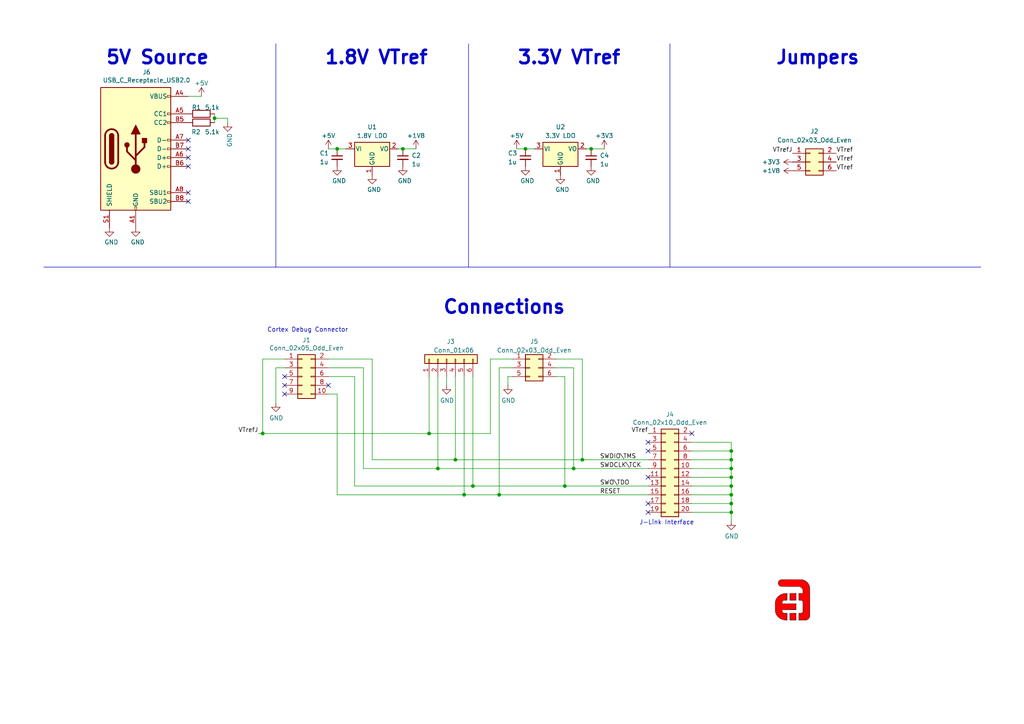
<source format=kicad_sch>
(kicad_sch (version 20220404) (generator eeschema)
  (paper "A4")
  (title_block (title "JTAG SWD Adapter") (date "2022-06-19") (rev "0.2") (company "Ace's Electronics"))
  (lib_symbols
    (symbol "Connector_Generic:Conn_01x06" (pin_names (offset 1.016) hide)
      (property "Reference" "J" (at 0 7.62 0))
      (property "Value" "Conn_01x06" (at 0 -10.16 0))
      (symbol "Conn_01x06_1_1"
        (rectangle (start -1.27 -7.493) (end 0 -7.747) (stroke (width 0.1524)))
        (rectangle (start -1.27 -4.953) (end 0 -5.207) (stroke (width 0.1524)))
        (rectangle (start -1.27 -2.413) (end 0 -2.667) (stroke (width 0.1524)))
        (rectangle (start -1.27 0.127) (end 0 -0.127) (stroke (width 0.1524)))
        (rectangle (start -1.27 2.667) (end 0 2.413) (stroke (width 0.1524)))
        (rectangle (start -1.27 5.207) (end 0 4.953) (stroke (width 0.1524)))
        (rectangle (start -1.27 6.35) (end 1.27 -8.89) (stroke (width 0.254)) (fill (type background)))
        (pin passive line (at -5.08 5.08 0) (length 3.81) (name "Pin_1") (number "1"))
        (pin passive line (at -5.08 2.54 0) (length 3.81) (name "Pin_2") (number "2"))
        (pin passive line (at -5.08 0 0) (length 3.81) (name "Pin_3") (number "3"))
        (pin passive line (at -5.08 -2.54 0) (length 3.81) (name "Pin_4") (number "4"))
        (pin passive line (at -5.08 -5.08 0) (length 3.81) (name "Pin_5") (number "5"))
        (pin passive line (at -5.08 -7.62 0) (length 3.81) (name "Pin_6") (number "6"))
      )
    )
    (symbol "Connector_Generic:Conn_02x03_Odd_Even" (pin_names (offset 1.016) hide)
      (property "Reference" "J" (at 1.27 5.08 0))
      (property "Value" "Conn_02x03_Odd_Even" (at 1.27 -5.08 0))
      (symbol "Conn_02x03_Odd_Even_1_1"
        (rectangle (start -1.27 -2.413) (end 0 -2.667) (stroke (width 0.1524)))
        (rectangle (start -1.27 0.127) (end 0 -0.127) (stroke (width 0.1524)))
        (rectangle (start -1.27 2.667) (end 0 2.413) (stroke (width 0.1524)))
        (rectangle (start -1.27 3.81) (end 3.81 -3.81) (stroke (width 0.254)) (fill (type background)))
        (rectangle (start 3.81 -2.413) (end 2.54 -2.667) (stroke (width 0.1524)))
        (rectangle (start 3.81 0.127) (end 2.54 -0.127) (stroke (width 0.1524)))
        (rectangle (start 3.81 2.667) (end 2.54 2.413) (stroke (width 0.1524)))
        (pin passive line (at -5.08 2.54 0) (length 3.81) (name "Pin_1") (number "1"))
        (pin passive line (at 7.62 2.54 180) (length 3.81) (name "Pin_2") (number "2"))
        (pin passive line (at -5.08 0 0) (length 3.81) (name "Pin_3") (number "3"))
        (pin passive line (at 7.62 0 180) (length 3.81) (name "Pin_4") (number "4"))
        (pin passive line (at -5.08 -2.54 0) (length 3.81) (name "Pin_5") (number "5"))
        (pin passive line (at 7.62 -2.54 180) (length 3.81) (name "Pin_6") (number "6"))
      )
    )
    (symbol "Connector_Generic:Conn_02x05_Odd_Even" (pin_names (offset 1.016) hide)
      (property "Reference" "J" (at 1.27 7.62 0))
      (property "Value" "Conn_02x05_Odd_Even" (at 1.27 -7.62 0))
      (symbol "Conn_02x05_Odd_Even_1_1"
        (rectangle (start -1.27 -4.953) (end 0 -5.207) (stroke (width 0.1524)))
        (rectangle (start -1.27 -2.413) (end 0 -2.667) (stroke (width 0.1524)))
        (rectangle (start -1.27 0.127) (end 0 -0.127) (stroke (width 0.1524)))
        (rectangle (start -1.27 2.667) (end 0 2.413) (stroke (width 0.1524)))
        (rectangle (start -1.27 5.207) (end 0 4.953) (stroke (width 0.1524)))
        (rectangle (start -1.27 6.35) (end 3.81 -6.35) (stroke (width 0.254)) (fill (type background)))
        (rectangle (start 3.81 -4.953) (end 2.54 -5.207) (stroke (width 0.1524)))
        (rectangle (start 3.81 -2.413) (end 2.54 -2.667) (stroke (width 0.1524)))
        (rectangle (start 3.81 0.127) (end 2.54 -0.127) (stroke (width 0.1524)))
        (rectangle (start 3.81 2.667) (end 2.54 2.413) (stroke (width 0.1524)))
        (rectangle (start 3.81 5.207) (end 2.54 4.953) (stroke (width 0.1524)))
        (pin passive line (at -5.08 5.08 0) (length 3.81) (name "Pin_1") (number "1"))
        (pin passive line (at 7.62 -5.08 180) (length 3.81) (name "Pin_10") (number "10"))
        (pin passive line (at 7.62 5.08 180) (length 3.81) (name "Pin_2") (number "2"))
        (pin passive line (at -5.08 2.54 0) (length 3.81) (name "Pin_3") (number "3"))
        (pin passive line (at 7.62 2.54 180) (length 3.81) (name "Pin_4") (number "4"))
        (pin passive line (at -5.08 0 0) (length 3.81) (name "Pin_5") (number "5"))
        (pin passive line (at 7.62 0 180) (length 3.81) (name "Pin_6") (number "6"))
        (pin passive line (at -5.08 -2.54 0) (length 3.81) (name "Pin_7") (number "7"))
        (pin passive line (at 7.62 -2.54 180) (length 3.81) (name "Pin_8") (number "8"))
        (pin passive line (at -5.08 -5.08 0) (length 3.81) (name "Pin_9") (number "9"))
      )
    )
    (symbol "Connector_Generic:Conn_02x10_Odd_Even" (pin_names (offset 1.016) hide)
      (property "Reference" "J" (at 1.27 12.7 0))
      (property "Value" "Conn_02x10_Odd_Even" (at 1.27 -15.24 0))
      (symbol "Conn_02x10_Odd_Even_1_1"
        (rectangle (start -1.27 -12.573) (end 0 -12.827) (stroke (width 0.1524)))
        (rectangle (start -1.27 -10.033) (end 0 -10.287) (stroke (width 0.1524)))
        (rectangle (start -1.27 -7.493) (end 0 -7.747) (stroke (width 0.1524)))
        (rectangle (start -1.27 -4.953) (end 0 -5.207) (stroke (width 0.1524)))
        (rectangle (start -1.27 -2.413) (end 0 -2.667) (stroke (width 0.1524)))
        (rectangle (start -1.27 0.127) (end 0 -0.127) (stroke (width 0.1524)))
        (rectangle (start -1.27 2.667) (end 0 2.413) (stroke (width 0.1524)))
        (rectangle (start -1.27 5.207) (end 0 4.953) (stroke (width 0.1524)))
        (rectangle (start -1.27 7.747) (end 0 7.493) (stroke (width 0.1524)))
        (rectangle (start -1.27 10.287) (end 0 10.033) (stroke (width 0.1524)))
        (rectangle (start -1.27 11.43) (end 3.81 -13.97) (stroke (width 0.254)) (fill (type background)))
        (rectangle (start 3.81 -12.573) (end 2.54 -12.827) (stroke (width 0.1524)))
        (rectangle (start 3.81 -10.033) (end 2.54 -10.287) (stroke (width 0.1524)))
        (rectangle (start 3.81 -7.493) (end 2.54 -7.747) (stroke (width 0.1524)))
        (rectangle (start 3.81 -4.953) (end 2.54 -5.207) (stroke (width 0.1524)))
        (rectangle (start 3.81 -2.413) (end 2.54 -2.667) (stroke (width 0.1524)))
        (rectangle (start 3.81 0.127) (end 2.54 -0.127) (stroke (width 0.1524)))
        (rectangle (start 3.81 2.667) (end 2.54 2.413) (stroke (width 0.1524)))
        (rectangle (start 3.81 5.207) (end 2.54 4.953) (stroke (width 0.1524)))
        (rectangle (start 3.81 7.747) (end 2.54 7.493) (stroke (width 0.1524)))
        (rectangle (start 3.81 10.287) (end 2.54 10.033) (stroke (width 0.1524)))
        (pin passive line (at -5.08 10.16 0) (length 3.81) (name "Pin_1") (number "1"))
        (pin passive line (at 7.62 0 180) (length 3.81) (name "Pin_10") (number "10"))
        (pin passive line (at -5.08 -2.54 0) (length 3.81) (name "Pin_11") (number "11"))
        (pin passive line (at 7.62 -2.54 180) (length 3.81) (name "Pin_12") (number "12"))
        (pin passive line (at -5.08 -5.08 0) (length 3.81) (name "Pin_13") (number "13"))
        (pin passive line (at 7.62 -5.08 180) (length 3.81) (name "Pin_14") (number "14"))
        (pin passive line (at -5.08 -7.62 0) (length 3.81) (name "Pin_15") (number "15"))
        (pin passive line (at 7.62 -7.62 180) (length 3.81) (name "Pin_16") (number "16"))
        (pin passive line (at -5.08 -10.16 0) (length 3.81) (name "Pin_17") (number "17"))
        (pin passive line (at 7.62 -10.16 180) (length 3.81) (name "Pin_18") (number "18"))
        (pin passive line (at -5.08 -12.7 0) (length 3.81) (name "Pin_19") (number "19"))
        (pin passive line (at 7.62 10.16 180) (length 3.81) (name "Pin_2") (number "2"))
        (pin passive line (at 7.62 -12.7 180) (length 3.81) (name "Pin_20") (number "20"))
        (pin passive line (at -5.08 7.62 0) (length 3.81) (name "Pin_3") (number "3"))
        (pin passive line (at 7.62 7.62 180) (length 3.81) (name "Pin_4") (number "4"))
        (pin passive line (at -5.08 5.08 0) (length 3.81) (name "Pin_5") (number "5"))
        (pin passive line (at 7.62 5.08 180) (length 3.81) (name "Pin_6") (number "6"))
        (pin passive line (at -5.08 2.54 0) (length 3.81) (name "Pin_7") (number "7"))
        (pin passive line (at 7.62 2.54 180) (length 3.81) (name "Pin_8") (number "8"))
        (pin passive line (at -5.08 0 0) (length 3.81) (name "Pin_9") (number "9"))
      )
    )
    (symbol "Device:C_Small" (pin_numbers hide) (pin_names (offset 0.254) hide)
      (property "Reference" "C" (at 0.254 1.778 0))
      (property "Value" "C_Small" (at 0.254 -2.032 0))
      (symbol "C_Small_0_1"
        (polyline (pts (xy -1.524 -0.508) (xy 1.524 -0.508)) (stroke (width 0.3302)))
        (polyline (pts (xy -1.524 0.508) (xy 1.524 0.508)) (stroke (width 0.3048)))
      )
      (symbol "C_Small_1_1"
        (pin passive line (at 0 2.54 270) (length 2.032) (name "~") (number "1"))
        (pin passive line (at 0 -2.54 90) (length 2.032) (name "~") (number "2"))
      )
    )
    (symbol "Device:R" (pin_numbers hide) (pin_names (offset 0))
      (property "Reference" "R" (at 2.032 0 90))
      (property "Value" "R" (at 0 0 90))
      (symbol "R_0_1"
        (rectangle (start -1.016 -2.54) (end 1.016 2.54) (stroke (width 0.254)))
      )
      (symbol "R_1_1"
        (pin passive line (at 0 3.81 270) (length 1.27) (name "~") (number "1"))
        (pin passive line (at 0 -3.81 90) (length 1.27) (name "~") (number "2"))
      )
    )
    (symbol "Regulator_Linear:MCP1703A-1202_SOT23" (pin_names (offset 0.254))
      (property "Reference" "U" (at -3.81 3.175 0))
      (property "Value" "MCP1703A-1202_SOT23" (at 0 3.175 0))
      (symbol "MCP1703A-1202_SOT23_0_1"
        (rectangle (start -5.08 -5.08) (end 5.08 1.905) (stroke (width 0.254)) (fill (type background)))
      )
      (symbol "MCP1703A-1202_SOT23_1_1"
        (pin power_in line (at 0 -7.62 90) (length 2.54) (name "GND") (number "1"))
        (pin power_out line (at 7.62 0 180) (length 2.54) (name "VO") (number "2"))
        (pin power_in line (at -7.62 0 0) (length 2.54) (name "VI") (number "3"))
      )
    )
    (symbol "hardware_nrf52840_pa_beacon_hat:USB_C_Receptacle_USB2.0-Connector" (pin_names (offset 1.016))
      (property "Reference" "J" (at -10.16 19.05 0))
      (property "Value" "USB_C_Receptacle_USB2.0-Connector" (at 19.05 19.05 0))
      (symbol "USB_C_Receptacle_USB2.0-Connector_0_0"
        (rectangle (start -0.254 -17.78) (end 0.254 -16.764))
        (rectangle (start 10.16 -14.986) (end 9.144 -15.494))
        (rectangle (start 10.16 -12.446) (end 9.144 -12.954))
        (rectangle (start 10.16 -4.826) (end 9.144 -5.334))
        (rectangle (start 10.16 -2.286) (end 9.144 -2.794))
        (rectangle (start 10.16 0.254) (end 9.144 -0.254))
        (rectangle (start 10.16 2.794) (end 9.144 2.286))
        (rectangle (start 10.16 7.874) (end 9.144 7.366))
        (rectangle (start 10.16 10.414) (end 9.144 9.906))
        (rectangle (start 10.16 15.494) (end 9.144 14.986))
      )
      (symbol "USB_C_Receptacle_USB2.0-Connector_0_1"
        (rectangle (start -10.16 17.78) (end 10.16 -17.78) (stroke (width 0.254)) (fill (type background)))
        (arc (start -8.89 -3.81) (mid -6.985 -5.7067) (end -5.08 -3.81) (stroke (width 0.508)))
        (arc (start -7.62 -3.81) (mid -6.985 -4.4422) (end -6.35 -3.81) (stroke (width 0.254)))
        (arc (start -7.62 -3.81) (mid -6.985 -4.4422) (end -6.35 -3.81) (stroke (width 0.254)) (fill (type outline)))
        (rectangle (start -7.62 -3.81) (end -6.35 3.81) (stroke (width 0.254)) (fill (type outline)))
        (arc (start -6.35 3.81) (mid -6.985 4.4422) (end -7.62 3.81) (stroke (width 0.254)))
        (arc (start -6.35 3.81) (mid -6.985 4.4422) (end -7.62 3.81) (stroke (width 0.254)) (fill (type outline)))
        (arc (start -5.08 3.81) (mid -6.985 5.7067) (end -8.89 3.81) (stroke (width 0.508)))
        (circle (center -2.54 1.143) (radius 0.635) (stroke (width 0.254)) (fill (type outline)))
        (circle (center 0 -5.842) (radius 1.27) (fill (type outline)))
        (polyline (pts (xy -8.89 -3.81) (xy -8.89 3.81)) (stroke (width 0.508)))
        (polyline (pts (xy -5.08 3.81) (xy -5.08 -3.81)) (stroke (width 0.508)))
        (polyline (pts (xy 0 -5.842) (xy 0 4.318)) (stroke (width 0.508)))
        (polyline (pts (xy 0 -3.302) (xy -2.54 -0.762) (xy -2.54 0.508)) (stroke (width 0.508)))
        (polyline (pts (xy 0 -2.032) (xy 2.54 0.508) (xy 2.54 1.778)) (stroke (width 0.508)))
        (polyline (pts (xy -1.27 4.318) (xy 0 6.858) (xy 1.27 4.318) (xy -1.27 4.318)) (stroke (width 0.254)) (fill (type outline)))
        (rectangle (start 1.905 1.778) (end 3.175 3.048) (stroke (width 0.254)) (fill (type outline)))
      )
      (symbol "USB_C_Receptacle_USB2.0-Connector_1_1"
        (pin power_in line (at 0 -22.86 90) (length 5.08) (name "GND") (number "A1"))
        (pin passive line (at 0 -22.86 90) (length 5.08) hide (name "GND") (number "A12"))
        (pin power_in line (at 15.24 15.24 180) (length 5.08) (name "VBUS") (number "A4"))
        (pin bidirectional line (at 15.24 10.16 180) (length 5.08) (name "CC1") (number "A5"))
        (pin bidirectional line (at 15.24 -2.54 180) (length 5.08) (name "D+") (number "A6"))
        (pin bidirectional line (at 15.24 2.54 180) (length 5.08) (name "D-") (number "A7"))
        (pin bidirectional line (at 15.24 -12.7 180) (length 5.08) (name "SBU1") (number "A8"))
        (pin passive line (at 15.24 15.24 180) (length 5.08) hide (name "VBUS") (number "A9"))
        (pin passive line (at 0 -22.86 90) (length 5.08) hide (name "GND") (number "B1"))
        (pin passive line (at 0 -22.86 90) (length 5.08) hide (name "GND") (number "B12"))
        (pin passive line (at 15.24 15.24 180) (length 5.08) hide (name "VBUS") (number "B4"))
        (pin bidirectional line (at 15.24 7.62 180) (length 5.08) (name "CC2") (number "B5"))
        (pin bidirectional line (at 15.24 -5.08 180) (length 5.08) (name "D+") (number "B6"))
        (pin bidirectional line (at 15.24 0 180) (length 5.08) (name "D-") (number "B7"))
        (pin bidirectional line (at 15.24 -15.24 180) (length 5.08) (name "SBU2") (number "B8"))
        (pin passive line (at 15.24 15.24 180) (length 5.08) hide (name "VBUS") (number "B9"))
        (pin passive line (at -7.62 -22.86 90) (length 5.08) (name "SHIELD") (number "S1"))
      )
    )
    (symbol "power:+1V8" (power) (pin_names (offset 0))
      (property "Value" "+1V8" (at 0 3.556 0))
      (symbol "+1V8_0_1"
        (polyline (pts (xy -0.762 1.27) (xy 0 2.54)))
        (polyline (pts (xy 0 0) (xy 0 2.54)))
        (polyline (pts (xy 0 2.54) (xy 0.762 1.27)))
      )
      (symbol "+1V8_1_1"
        (pin power_in line (at 0 0 90) (length 0) hide (name "+1V8") (number "1"))
      )
    )
    (symbol "power:+3.3V" (power) (pin_names (offset 0))
      (property "Value" "+3.3V" (at 0 3.556 0))
      (symbol "+3.3V_0_1"
        (polyline (pts (xy -0.762 1.27) (xy 0 2.54)))
        (polyline (pts (xy 0 0) (xy 0 2.54)))
        (polyline (pts (xy 0 2.54) (xy 0.762 1.27)))
      )
      (symbol "+3.3V_1_1"
        (pin power_in line (at 0 0 90) (length 0) hide (name "+3V3") (number "1"))
      )
    )
    (symbol "power:+5V" (power) (pin_names (offset 0))
      (property "Value" "+5V" (at 0 3.556 0))
      (symbol "+5V_0_1"
        (polyline (pts (xy -0.762 1.27) (xy 0 2.54)))
        (polyline (pts (xy 0 0) (xy 0 2.54)))
        (polyline (pts (xy 0 2.54) (xy 0.762 1.27)))
      )
      (symbol "+5V_1_1"
        (pin power_in line (at 0 0 90) (length 0) hide (name "+5V") (number "1"))
      )
    )
    (symbol "power:GND" (power) (pin_names (offset 0))
      (property "Value" "GND" (at 0 -3.81 0))
      (symbol "GND_0_1"
        (polyline (pts (xy 0 0) (xy 0 -1.27) (xy 1.27 -1.27) (xy 0 -2.54) (xy -1.27 -1.27) (xy 0 -1.27)))
      )
      (symbol "GND_1_1"
        (pin power_in line (at 0 0 270) (length 0) hide (name "GND") (number "1"))
      )
    )
  )
  (junction (at 127 135.89))
  (junction (at 212.09 148.59))
  (junction (at 212.09 138.43))
  (junction (at 132.08 133.35))
  (junction (at 163.83 140.97))
  (junction (at 212.09 146.05))
  (junction (at 171.45 43.18))
  (junction (at 137.16 140.97))
  (junction (at 212.09 133.35))
  (junction (at 134.62 143.51))
  (junction (at 212.09 130.81))
  (junction (at 62.23 34.29))
  (junction (at 144.78 143.51))
  (junction (at 212.09 135.89))
  (junction (at 116.84 43.18))
  (junction (at 97.79 43.18))
  (junction (at 212.09 140.97))
  (junction (at 76.2 125.73))
  (junction (at 152.4 43.18))
  (junction (at 124.46 125.73))
  (junction (at 168.91 133.35))
  (junction (at 212.09 143.51))
  (junction (at 166.37 135.89))
  (no_connect (at 54.61 58.42))
  (no_connect (at 187.96 138.43))
  (no_connect (at 54.61 55.88))
  (no_connect (at 187.96 148.59))
  (no_connect (at 82.55 109.22))
  (no_connect (at 82.55 114.3))
  (no_connect (at 187.96 146.05))
  (no_connect (at 54.61 48.26))
  (no_connect (at 54.61 40.64))
  (no_connect (at 54.61 43.18))
  (no_connect (at 54.61 45.72))
  (no_connect (at 187.96 128.27))
  (no_connect (at 187.96 130.81))
  (no_connect (at 95.25 111.76))
  (no_connect (at 82.55 111.76))
  (no_connect (at 200.66 125.73))
  (wire (pts (xy 212.09 135.89) (xy 212.09 138.43)))
  (wire (pts (xy 142.24 125.73) (xy 124.46 125.73)))
  (wire (pts (xy 200.66 140.97) (xy 212.09 140.97)))
  (wire (pts (xy 102.87 109.22) (xy 102.87 140.97)))
  (wire (pts (xy 200.66 128.27) (xy 212.09 128.27)))
  (wire (pts (xy 97.79 43.18) (xy 100.33 43.18)))
  (wire (pts (xy 144.78 143.51) (xy 134.62 143.51)))
  (wire (pts (xy 134.62 109.22) (xy 134.62 143.51)))
  (wire (pts (xy 161.29 104.14) (xy 168.91 104.14)))
  (wire (pts (xy 54.61 27.94) (xy 58.42 27.94)))
  (wire (pts (xy 212.09 143.51) (xy 212.09 146.05)))
  (wire (pts (xy 142.24 104.14) (xy 142.24 125.73)))
  (wire (pts (xy 147.32 109.22) (xy 147.32 111.76)))
  (wire (pts (xy 166.37 135.89) (xy 127 135.89)))
  (wire (pts (xy 62.23 34.29) (xy 62.23 33.02)))
  (wire (pts (xy 166.37 106.68) (xy 166.37 135.89)))
  (polyline (pts (xy 135.89 77.47) (xy 194.31 77.47)))
  (wire (pts (xy 168.91 104.14) (xy 168.91 133.35)))
  (polyline (pts (xy 80.01 77.47) (xy 135.89 77.47)))
  (wire (pts (xy 152.4 43.18) (xy 154.94 43.18)))
  (wire (pts (xy 105.41 106.68) (xy 105.41 135.89)))
  (polyline (pts (xy 194.31 77.47) (xy 284.48 77.47)))
  (wire (pts (xy 200.66 143.51) (xy 212.09 143.51)))
  (wire (pts (xy 115.57 43.18) (xy 116.84 43.18)))
  (wire (pts (xy 95.25 43.18) (xy 97.79 43.18)))
  (wire (pts (xy 76.2 104.14) (xy 82.55 104.14)))
  (wire (pts (xy 116.84 43.18) (xy 120.65 43.18)))
  (wire (pts (xy 132.08 133.35) (xy 107.95 133.35)))
  (wire (pts (xy 95.25 104.14) (xy 107.95 104.14)))
  (wire (pts (xy 95.25 109.22) (xy 102.87 109.22)))
  (wire (pts (xy 127 135.89) (xy 105.41 135.89)))
  (wire (pts (xy 148.59 106.68) (xy 144.78 106.68)))
  (wire (pts (xy 163.83 140.97) (xy 137.16 140.97)))
  (wire (pts (xy 80.01 106.68) (xy 80.01 116.84)))
  (wire (pts (xy 124.46 109.22) (xy 124.46 125.73)))
  (wire (pts (xy 149.86 43.18) (xy 152.4 43.18)))
  (wire (pts (xy 200.66 146.05) (xy 212.09 146.05)))
  (polyline (pts (xy 12.7 77.47) (xy 80.01 77.47)))
  (wire (pts (xy 144.78 143.51) (xy 187.96 143.51)))
  (wire (pts (xy 107.95 104.14) (xy 107.95 133.35)))
  (wire (pts (xy 62.23 35.56) (xy 62.23 34.29)))
  (wire (pts (xy 124.46 125.73) (xy 76.2 125.73)))
  (wire (pts (xy 166.37 135.89) (xy 187.96 135.89)))
  (polyline (pts (xy 80.01 12.7) (xy 80.01 77.47)))
  (wire (pts (xy 148.59 109.22) (xy 147.32 109.22)))
  (wire (pts (xy 62.23 34.29) (xy 66.04 34.29)))
  (wire (pts (xy 200.66 138.43) (xy 212.09 138.43)))
  (wire (pts (xy 170.18 43.18) (xy 171.45 43.18)))
  (polyline (pts (xy 135.89 12.7) (xy 135.89 77.47)))
  (wire (pts (xy 144.78 106.68) (xy 144.78 143.51)))
  (wire (pts (xy 127 109.22) (xy 127 135.89)))
  (wire (pts (xy 137.16 140.97) (xy 102.87 140.97)))
  (wire (pts (xy 97.79 114.3) (xy 97.79 143.51)))
  (wire (pts (xy 148.59 104.14) (xy 142.24 104.14)))
  (wire (pts (xy 212.09 128.27) (xy 212.09 130.81)))
  (wire (pts (xy 212.09 146.05) (xy 212.09 148.59)))
  (wire (pts (xy 95.25 106.68) (xy 105.41 106.68)))
  (wire (pts (xy 212.09 148.59) (xy 212.09 151.13)))
  (wire (pts (xy 200.66 148.59) (xy 212.09 148.59)))
  (wire (pts (xy 129.54 109.22) (xy 129.54 111.76)))
  (wire (pts (xy 212.09 133.35) (xy 212.09 135.89)))
  (wire (pts (xy 74.93 125.73) (xy 76.2 125.73)))
  (wire (pts (xy 200.66 130.81) (xy 212.09 130.81)))
  (wire (pts (xy 212.09 140.97) (xy 212.09 143.51)))
  (wire (pts (xy 132.08 109.22) (xy 132.08 133.35)))
  (wire (pts (xy 168.91 133.35) (xy 187.96 133.35)))
  (wire (pts (xy 212.09 130.81) (xy 212.09 133.35)))
  (wire (pts (xy 161.29 106.68) (xy 166.37 106.68)))
  (wire (pts (xy 66.04 34.29) (xy 66.04 35.56)))
  (wire (pts (xy 161.29 109.22) (xy 163.83 109.22)))
  (wire (pts (xy 95.25 114.3) (xy 97.79 114.3)))
  (wire (pts (xy 200.66 135.89) (xy 212.09 135.89)))
  (wire (pts (xy 200.66 133.35) (xy 212.09 133.35)))
  (wire (pts (xy 76.2 125.73) (xy 76.2 104.14)))
  (wire (pts (xy 163.83 140.97) (xy 187.96 140.97)))
  (wire (pts (xy 212.09 138.43) (xy 212.09 140.97)))
  (wire (pts (xy 137.16 109.22) (xy 137.16 140.97)))
  (wire (pts (xy 171.45 43.18) (xy 175.26 43.18)))
  (polyline (pts (xy 194.31 12.7) (xy 194.31 77.47)))
  (wire (pts (xy 134.62 143.51) (xy 97.79 143.51)))
  (wire (pts (xy 168.91 133.35) (xy 132.08 133.35)))
  (wire (pts (xy 82.55 106.68) (xy 80.01 106.68)))
  (wire (pts (xy 163.83 109.22) (xy 163.83 140.97)))
  (image (at 229.87 173.99) (scale 1.68972))
  (text "Connections" (at 128.27 91.44 0) (effects (font (size 3.84 3.84) (thickness 0.768) bold) (justify left bottom)))
  (text "J-Link Interface" (at 185.42 152.4 0) (effects (font (size 1.27 1.27)) (justify left bottom)))
  (text "5V Source" (at 30.48 19.05 0) (effects (font (size 3.84 3.84) (thickness 0.768) bold) (justify left bottom)))
  (text "Jumpers" (at 224.79 19.05 0) (effects (font (size 3.84 3.84) (thickness 0.768) bold) (justify left bottom)))
  (text "1.8V VTref" (at 93.98 19.05 0) (effects (font (size 3.84 3.84) (thickness 0.768) bold) (justify left bottom)))
  (text "3.3V VTref" (at 149.86 19.05 0) (effects (font (size 3.84 3.84) (thickness 0.768) bold) (justify left bottom)))
  (text "Cortex Debug Connector\n" (at 77.47 96.52 0) (effects (font (size 1.27 1.27)) (justify left bottom)))
  (label "VTrefJ" (at 229.87 44.45 0))
  (label "SWO\\TDO" (at 173.99 140.97 0))
  (label "VTref" (at 242.57 44.45 0))
  (label "SWDCLK\\TCK" (at 173.99 135.89 0))
  (label "VTref" (at 242.57 49.53 0))
  (label "VTrefJ" (at 74.93 125.73 0))
  (label "VTref" (at 187.96 125.73 0))
  (label "RESET" (at 173.99 143.51 0))
  (label "SWDIO\\TMS" (at 173.99 133.35 0))
  (label "VTref" (at 242.57 46.99 0))
  (symbol (lib_id "Connector_Generic:Conn_02x10_Odd_Even") (at 193.04 135.89 0) (unit 1)
    (default_instance (reference "U") (unit 1) (value "") (footprint ""))
    (property "Reference" "J4" (at 194.31 120.2182 0))
    (property "Value" "Conn_02x10_Odd_Even" (at 194.31 122.5296 0))
    (property "Footprint" "Connector_PinSocket_2.54mm:PinSocket_2x10_P2.54mm_Horizontal" (effects hide))
    (property "lcsc" "C124406" (effects hide))
  )
  (symbol (lib_id "Connector_Generic:Conn_02x05_Odd_Even") (at 87.63 109.22 0) (unit 1)
    (default_instance (reference "U") (unit 1) (value "") (footprint ""))
    (property "Reference" "J1" (at 88.9 98.6282 0))
    (property "Value" "Conn_02x05_Odd_Even" (at 88.9 100.9396 0))
    (property "Footprint" "Connector_PinHeader_1.27mm:PinHeader_2x05_P1.27mm_Vertical_SMD" (effects hide))
    (property "lcsc" "C2935458" (effects hide))
  )
  (symbol (lib_id "Connector_Generic:Conn_01x06") (at 129.54 104.14 90) (unit 1)
    (default_instance (reference "U") (unit 1) (value "") (footprint ""))
    (property "Reference" "J3" (at 129.54 99.06 90) (effects (justify right)))
    (property "Value" "Conn_01x06" (at 125.73 101.6 90) (effects (justify right)))
    (property "Footprint" "Connector_PinHeader_2.54mm:PinHeader_1x06_P2.54mm_Vertical" (effects hide))
  )
  (symbol (lib_id "power:GND") (at 212.09 151.13 0) (unit 1)
    (default_instance (reference "U") (unit 1) (value "") (footprint ""))
    (property "Reference" "#PWR0101" (effects hide))
    (property "Value" "GND" (at 212.217 155.5242 0))
  )
  (symbol (lib_id "power:GND") (at 80.01 116.84 0) (unit 1)
    (default_instance (reference "U") (unit 1) (value "") (footprint ""))
    (property "Reference" "#PWR0102" (effects hide))
    (property "Value" "GND" (at 80.137 121.2342 0))
  )
  (symbol (lib_id "power:GND") (at 129.54 111.76 0) (unit 1)
    (default_instance (reference "U") (unit 1) (value "") (footprint ""))
    (property "Reference" "#PWR0103" (effects hide))
    (property "Value" "GND" (at 129.667 116.1542 0))
  )
  (symbol (lib_id "power:GND") (at 171.45 48.26 0) (unit 1)
    (default_instance (reference "U") (unit 1) (value "") (footprint ""))
    (property "Reference" "#PWR011" (effects hide))
    (property "Value" "GND" (at 172.0088 52.451 0))
  )
  (symbol (lib_id "Connector_Generic:Conn_02x03_Odd_Even") (at 153.67 106.68 0) (unit 1)
    (default_instance (reference "U") (unit 1) (value "") (footprint ""))
    (property "Reference" "J5" (at 154.94 99.06 0))
    (property "Value" "Conn_02x03_Odd_Even" (at 154.94 101.6 0))
    (property "Footprint" "Connector_PinHeader_2.54mm:PinHeader_2x03_P2.54mm_Vertical_SMD" (effects hide))
    (property "lcsc" "C383603" (effects hide))
  )
  (symbol (lib_id "Device:C_Small") (at 152.4 45.72 0) (unit 1)
    (default_instance (reference "C") (unit 1) (value "C_Small") (footprint ""))
    (property "Reference" "C3" (at 147.32 44.45 0) (effects (justify left)))
    (property "Value" "1u" (at 147.32 46.99 0) (effects (justify left)))
    (property "Footprint" "Capacitor_SMD:C_0603_1608Metric" (effects hide))
    (property "lcsc" "C14445" (effects hide))
  )
  (symbol (lib_id "power:+5V") (at 149.86 43.18 0) (unit 1)
    (default_instance (reference "#PWR") (unit 1) (value "+5V") (footprint ""))
    (property "Reference" "#PWR06" (effects hide))
    (property "Value" "+5V" (at 149.86 39.37 0))
  )
  (symbol (lib_id "Device:C_Small") (at 116.84 45.72 0) (unit 1)
    (default_instance (reference "C") (unit 1) (value "C_Small") (footprint ""))
    (property "Reference" "C2" (at 119.38 45.0913 0) (effects (justify left)))
    (property "Value" "1u" (at 119.38 47.6313 0) (effects (justify left)))
    (property "Footprint" "Capacitor_SMD:C_0603_1608Metric" (effects hide))
    (property "lcsc" "C14445" (effects hide))
  )
  (symbol (lib_id "power:+3.3V") (at 229.87 46.99 90) (unit 1)
    (default_instance (reference "#PWR") (unit 1) (value "+3.3V") (footprint ""))
    (property "Reference" "#PWR08" (effects hide))
    (property "Value" "+3.3V" (at 220.98 46.99 90) (effects (justify right)))
  )
  (symbol (lib_id "power:+1V8") (at 229.87 49.53 90) (unit 1)
    (default_instance (reference "#PWR") (unit 1) (value "+1V8") (footprint ""))
    (property "Reference" "#PWR09" (effects hide))
    (property "Value" "+1V8" (at 220.98 49.53 90) (effects (justify right)))
  )
  (symbol (lib_id "power:GND") (at 152.4 48.26 0) (unit 1)
    (default_instance (reference "U") (unit 1) (value "") (footprint ""))
    (property "Reference" "#PWR07" (effects hide))
    (property "Value" "GND" (at 152.9588 52.451 0))
  )
  (symbol (lib_id "Device:R") (at 58.42 35.56 270) (unit 1)
    (default_instance (reference "U") (unit 1) (value "") (footprint ""))
    (property "Reference" "R2" (at 56.8452 38.2778 90))
    (property "Value" "5.1k" (at 61.5442 38.2778 90))
    (property "Footprint" "Resistor_SMD:R_0603_1608Metric" (effects hide))
    (property "Datasheet" "https://datasheet.lcsc.com/lcsc/2107141533_FH-Guangdong-Fenghua-Advanced-Tech-RS-03K5101FT_C156350.pdf" (effects hide))
    (property "mfr_part_number" "RS-03K5101FT" (effects hide))
    (property "lcsc_part_number" "C156350" (effects hide))
    (property "lcsc_url" "https://lcsc.com/product-detail/Chip-Resistor-Surface-Mount_FH-Guangdong-Fenghua-Advanced-Tech-RS-03K5101FT_C156350.html" (effects hide))
    (property "lcsc_min_qty" "100" (effects hide))
    (property "package" "603" (effects hide))
  )
  (symbol (lib_id "power:+3.3V") (at 175.26 43.18 0) (unit 1)
    (default_instance (reference "#PWR") (unit 1) (value "+3.3V") (footprint ""))
    (property "Reference" "#PWR012" (effects hide))
    (property "Value" "+3.3V" (at 175.26 39.37 0))
  )
  (symbol (lib_id "power:GND") (at 147.32 111.76 0) (unit 1)
    (default_instance (reference "U") (unit 1) (value "") (footprint ""))
    (property "Reference" "#PWR0105" (effects hide))
    (property "Value" "GND" (at 147.447 116.1542 0))
  )
  (symbol (lib_id "power:+5V") (at 58.42 27.94 0) (unit 1)
    (default_instance (reference "#PWR") (unit 1) (value "+5V") (footprint ""))
    (property "Reference" "#PWR015" (effects hide))
    (property "Value" "+5V" (at 58.42 24.13 0))
  )
  (symbol (lib_id "Regulator_Linear:MCP1703A-1202_SOT23") (at 107.95 43.18 0) (unit 1)
    (default_instance (reference "U") (unit 1) (value "MCP1703A-1202_SOT23") (footprint "Package_TO_SOT_SMD:SOT-23"))
    (property "Reference" "U1" (at 107.95 36.83 0))
    (property "Value" "1.8V LDO" (at 107.95 39.37 0))
    (property "Footprint" "Package_TO_SOT_SMD:SOT-23" (effects hide))
    (property "Datasheet" "https://datasheet.lcsc.com/lcsc/2202251530_Shenzhen-Fuman-Elec-65K5-_C841299.pdf" (effects hide))
    (property "lcsc" "C841299" (effects hide))
  )
  (symbol (lib_id "power:GND") (at 97.79 48.26 0) (unit 1)
    (default_instance (reference "U") (unit 1) (value "") (footprint ""))
    (property "Reference" "#PWR02" (effects hide))
    (property "Value" "GND" (at 98.3488 52.451 0))
  )
  (symbol (lib_id "power:+5V") (at 95.25 43.18 0) (unit 1)
    (default_instance (reference "#PWR") (unit 1) (value "+5V") (footprint ""))
    (property "Reference" "#PWR01" (effects hide))
    (property "Value" "+5V" (at 95.25 39.37 0))
  )
  (symbol (lib_id "power:GND") (at 116.84 48.26 0) (unit 1)
    (default_instance (reference "U") (unit 1) (value "") (footprint ""))
    (property "Reference" "#PWR04" (effects hide))
    (property "Value" "GND" (at 117.3988 52.451 0))
  )
  (symbol (lib_id "Connector_Generic:Conn_02x03_Odd_Even") (at 234.95 46.99 0) (unit 1)
    (default_instance (reference "U") (unit 1) (value "") (footprint ""))
    (property "Reference" "J2" (at 236.22 38.1 0))
    (property "Value" "Conn_02x03_Odd_Even" (at 236.22 40.64 0))
    (property "Footprint" "Connector_PinHeader_2.54mm:PinHeader_2x03_P2.54mm_Vertical_SMD" (effects hide))
    (property "lcsc" "C383603" (effects hide))
  )
  (symbol (lib_id "power:GND") (at 66.04 35.56 0) (unit 1)
    (default_instance (reference "U") (unit 1) (value "") (footprint ""))
    (property "Reference" "#PWR016" (effects hide))
    (property "Value" "GND" (at 66.5988 38.608 90) (effects (justify right)))
  )
  (symbol (lib_id "power:GND") (at 162.56 50.8 0) (unit 1)
    (default_instance (reference "U") (unit 1) (value "") (footprint ""))
    (property "Reference" "#PWR010" (effects hide))
    (property "Value" "GND" (at 163.1188 54.991 0))
  )
  (symbol (lib_id "Device:C_Small") (at 171.45 45.72 0) (unit 1)
    (default_instance (reference "C") (unit 1) (value "C_Small") (footprint ""))
    (property "Reference" "C4" (at 173.99 45.0913 0) (effects (justify left)))
    (property "Value" "1u" (at 173.99 47.6313 0) (effects (justify left)))
    (property "Footprint" "Capacitor_SMD:C_0603_1608Metric" (effects hide))
    (property "lcsc" "C14445" (effects hide))
  )
  (symbol (lib_id "power:GND") (at 31.75 66.04 0) (unit 1)
    (default_instance (reference "U") (unit 1) (value "") (footprint ""))
    (property "Reference" "#PWR013" (effects hide))
    (property "Value" "GND" (at 32.3088 70.231 0))
  )
  (symbol (lib_id "hardware_nrf52840_pa_beacon_hat:USB_C_Receptacle_USB2.0-Connector") (at 39.37 43.18 0) (unit 1)
    (default_instance (reference "U") (unit 1) (value "") (footprint ""))
    (property "Reference" "J6" (at 42.5196 20.955 0))
    (property "Value" "USB_C_Receptacle_USB2.0" (at 42.5196 23.2664 0))
    (property "Footprint" "Connector_USB:USB_C_Receptacle_HRO_TYPE-C-31-M-12" (effects hide))
    (property "Datasheet" "https://datasheet.lcsc.com/szlcsc/1811131825_Korean-Hroparts-Elec-TYPE-C-31-M-12_C165948.pdf" (effects hide))
    (property "lcsc" "C165948" (effects hide))
  )
  (symbol (lib_id "Device:C_Small") (at 97.79 45.72 0) (unit 1)
    (default_instance (reference "C") (unit 1) (value "C_Small") (footprint ""))
    (property "Reference" "C1" (at 92.71 44.45 0) (effects (justify left)))
    (property "Value" "1u" (at 92.71 46.99 0) (effects (justify left)))
    (property "Footprint" "Capacitor_SMD:C_0603_1608Metric" (effects hide))
    (property "lcsc" "C14445" (effects hide))
  )
  (symbol (lib_id "power:GND") (at 107.95 50.8 0) (unit 1)
    (default_instance (reference "U") (unit 1) (value "") (footprint ""))
    (property "Reference" "#PWR03" (effects hide))
    (property "Value" "GND" (at 108.5088 54.991 0))
  )
  (symbol (lib_id "power:GND") (at 39.37 66.04 0) (unit 1)
    (default_instance (reference "U") (unit 1) (value "") (footprint ""))
    (property "Reference" "#PWR014" (effects hide))
    (property "Value" "GND" (at 39.9288 70.231 0))
  )
  (symbol (lib_id "Regulator_Linear:MCP1703A-1202_SOT23") (at 162.56 43.18 0) (unit 1)
    (default_instance (reference "U") (unit 1) (value "MCP1703A-1202_SOT23") (footprint "Package_TO_SOT_SMD:SOT-23"))
    (property "Reference" "U2" (at 162.56 36.83 0))
    (property "Value" "3.3V LDO" (at 162.56 39.37 0))
    (property "Footprint" "Package_TO_SOT_SMD:SOT-23" (effects hide))
    (property "Datasheet" "https://datasheet.lcsc.com/lcsc/2202252130_Shenzhen-Fuman-Elec-SC662K-3-3V_C83932.pdf" (effects hide))
    (property "lcsc" "C83932" (effects hide))
  )
  (symbol (lib_id "power:+1V8") (at 120.65 43.18 0) (unit 1)
    (default_instance (reference "#PWR") (unit 1) (value "+1V8") (footprint ""))
    (property "Reference" "#PWR05" (effects hide))
    (property "Value" "+1V8" (at 120.65 39.37 0))
  )
  (symbol (lib_id "Device:R") (at 58.42 33.02 270) (unit 1)
    (default_instance (reference "U") (unit 1) (value "") (footprint ""))
    (property "Reference" "R1" (at 56.9722 31.1658 90))
    (property "Value" "5.1k" (at 61.5442 31.1658 90))
    (property "Footprint" "Resistor_SMD:R_0603_1608Metric" (effects hide))
    (property "Datasheet" "https://datasheet.lcsc.com/lcsc/2107141533_FH-Guangdong-Fenghua-Advanced-Tech-RS-03K5101FT_C156350.pdf" (effects hide))
    (property "mfr_part_number" "RS-03K5101FT" (effects hide))
    (property "lcsc_part_number" "C156350" (effects hide))
    (property "lcsc_url" "https://lcsc.com/product-detail/Chip-Resistor-Surface-Mount_FH-Guangdong-Fenghua-Advanced-Tech-RS-03K5101FT_C156350.html" (effects hide))
    (property "lcsc_min_qty" "100" (effects hide))
    (property "package" "603" (effects hide))
  )
)
</source>
